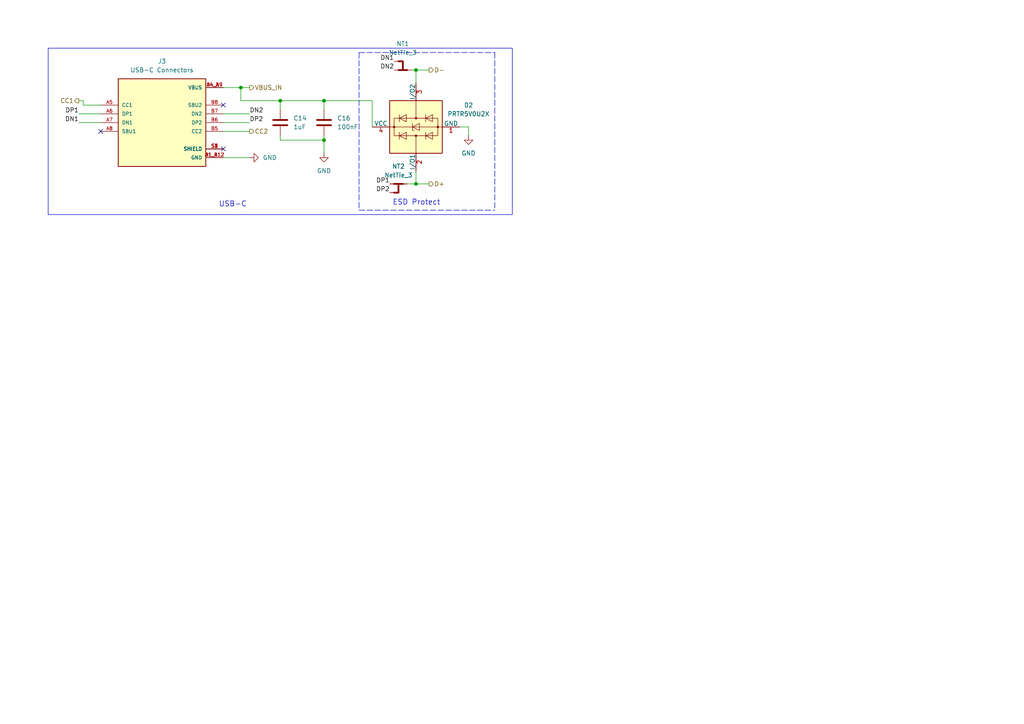
<source format=kicad_sch>
(kicad_sch (version 20231120) (generator "eeschema") (generator_version "8.0")
  (paper "A4")
  (lib_symbols
    (symbol "Device:C" (pin_numbers hide) (pin_names (offset 0.254))
      (property "Reference" "C" (at 0.635 2.54 0))
      (property "Value" "C" (at 0.635 -2.54 0))
      (symbol "C_0_1"
        (polyline (pts (xy -2.032 -0.762) (xy 2.032 -0.762)) (stroke (width 0.508)))
        (polyline (pts (xy -2.032 0.762) (xy 2.032 0.762)) (stroke (width 0.508)))
      )
      (symbol "C_1_1"
        (pin passive line (at 0 3.81 270) (length 2.794) (name "~") (number "1"))
        (pin passive line (at 0 -3.81 90) (length 2.794) (name "~") (number "2"))
      )
    )
    (symbol "Device:NetTie_3" (pin_numbers hide) (pin_names (offset 0) hide) (in_bom no)
      (property "Reference" "NT" (at 0 1.27 0))
      (property "Value" "NetTie_3" (at 0 -3.81 0))
      (symbol "NetTie_3_0_1"
        (polyline (pts (xy -1.27 0) (xy 1.27 0)) (stroke (width 0.508)))
        (polyline (pts (xy 0 0) (xy 0 -2.54) (xy -1.27 -2.54)) (stroke (width 0.508)))
      )
      (symbol "NetTie_3_1_1"
        (pin passive line (at -2.54 0 0) (length 2.54) (name "1") (number "1"))
        (pin passive line (at 2.54 0 180) (length 2.54) (name "2") (number "2"))
        (pin passive line (at -2.54 -2.54 0) (length 2.54) (name "3") (number "3"))
      )
    )
    (symbol "Power_Protection:PRTR5V0U2X" (pin_names (offset 0))
      (property "Reference" "D" (at 2.794 8.636 0))
      (property "Value" "PRTR5V0U2X" (at 8.128 -9.398 0))
      (symbol "PRTR5V0U2X_0_1"
        (rectangle (start -7.62 -7.62) (end 7.62 7.62) (stroke (width 0.254)) (fill (type background)))
        (circle (center -2.54 0) (radius 0.254) (fill (type outline)))
        (rectangle (start -2.54 6.35) (end 2.54 -6.35))
        (circle (center 0 -6.35) (radius 0.254) (fill (type outline)))
        (polyline (pts (xy -2.54 0) (xy -7.62 0)))
        (polyline (pts (xy -1.524 -2.794) (xy -3.556 -2.794)))
        (polyline (pts (xy -1.524 4.826) (xy -3.556 4.826)))
        (polyline (pts (xy 0 -7.62) (xy 0 7.62)))
        (polyline (pts (xy 1.524 -2.794) (xy 3.556 -2.794)))
        (polyline (pts (xy 1.524 4.826) (xy 3.556 4.826)))
        (polyline (pts (xy 2.54 0) (xy 7.62 0)))
        (polyline (pts (xy 1.016 1.016) (xy -1.016 1.016) (xy -1.016 0.508)))
        (polyline (pts (xy -3.556 -4.826) (xy -1.524 -4.826) (xy -2.54 -2.794) (xy -3.556 -4.826)))
        (polyline (pts (xy -3.556 2.794) (xy -1.524 2.794) (xy -2.54 4.826) (xy -3.556 2.794)))
        (polyline (pts (xy -1.016 -1.016) (xy 1.016 -1.016) (xy 0 1.016) (xy -1.016 -1.016)))
        (polyline (pts (xy 3.556 -4.826) (xy 1.524 -4.826) (xy 2.54 -2.794) (xy 3.556 -4.826)))
        (polyline (pts (xy 3.556 2.794) (xy 1.524 2.794) (xy 2.54 4.826) (xy 3.556 2.794)))
        (circle (center 0 6.35) (radius 0.254) (fill (type outline)))
        (circle (center 2.54 0) (radius 0.254) (fill (type outline)))
      )
      (symbol "PRTR5V0U2X_1_1"
        (pin passive line (at 0 -12.7 90) (length 5.08) (name "GND") (number "1"))
        (pin passive line (at -12.7 0 0) (length 5.08) (name "I/O1") (number "2"))
        (pin passive line (at 12.7 0 180) (length 5.08) (name "I/O2") (number "3"))
        (pin passive line (at 0 12.7 270) (length 5.08) (name "VCC") (number "4"))
      )
    )
    (symbol "TYPE-C-31-M-12:TYPE-C-31-M-12" (pin_names (offset 1.016))
      (property "Reference" "J" (at -12.7 13.462 0))
      (property "Value" "TYPE-C-31-M-12" (at -12.7 -13.462 0))
      (symbol "TYPE-C-31-M-12_0_0"
        (rectangle (start -12.7 -12.7) (end 12.7 12.7) (stroke (width 0.254)) (fill (type background)))
        (pin power_in line (at 17.78 -10.16 180) (length 5.08) (name "GND") (number "A1_B12"))
        (pin power_in line (at 17.78 10.16 180) (length 5.08) (name "VBUS") (number "A4_B9"))
        (pin bidirectional line (at -17.78 5.08 0) (length 5.08) (name "CC1") (number "A5"))
        (pin bidirectional line (at -17.78 2.54 0) (length 5.08) (name "DP1") (number "A6"))
        (pin bidirectional line (at -17.78 0 0) (length 5.08) (name "DN1") (number "A7"))
        (pin bidirectional line (at -17.78 -2.54 0) (length 5.08) (name "SBU1") (number "A8"))
        (pin power_in line (at 17.78 -10.16 180) (length 5.08) (name "GND") (number "B1_A12"))
        (pin power_in line (at 17.78 10.16 180) (length 5.08) (name "VBUS") (number "B4_A9"))
        (pin bidirectional line (at 17.78 -2.54 180) (length 5.08) (name "CC2") (number "B5"))
        (pin bidirectional line (at 17.78 0 180) (length 5.08) (name "DP2") (number "B6"))
        (pin bidirectional line (at 17.78 2.54 180) (length 5.08) (name "DN2") (number "B7"))
        (pin bidirectional line (at 17.78 5.08 180) (length 5.08) (name "SBU2") (number "B8"))
        (pin passive line (at 17.78 -7.62 180) (length 5.08) (name "SHIELD") (number "S1"))
        (pin passive line (at 17.78 -7.62 180) (length 5.08) (name "SHIELD") (number "S2"))
        (pin passive line (at 17.78 -7.62 180) (length 5.08) (name "SHIELD") (number "S3"))
        (pin passive line (at 17.78 -7.62 180) (length 5.08) (name "SHIELD") (number "S4"))
      )
    )
    (symbol "power:GND" (power) (pin_numbers hide) (pin_names (offset 0) hide)
      (property "Value" "GND" (at 0 -3.81 0))
      (symbol "GND_0_1"
        (polyline (pts (xy 0 0) (xy 0 -1.27) (xy 1.27 -1.27) (xy 0 -2.54) (xy -1.27 -1.27) (xy 0 -1.27)))
      )
      (symbol "GND_1_1"
        (pin power_in line (at 0 0 270) (length 0) (name "~") (number "1"))
      )
    )
  )
  (junction (at 69.85 25.4))
  (junction (at 81.28 29.21))
  (junction (at 120.65 20.32))
  (junction (at 93.98 40.64))
  (junction (at 93.98 29.21))
  (junction (at 120.65 53.34))
  (no_connect (at 29.21 38.1))
  (no_connect (at 64.77 43.18))
  (no_connect (at 64.77 30.48))
  (wire (pts (xy 93.98 39.37) (xy 93.98 40.64)))
  (wire (pts (xy 120.65 53.34) (xy 124.46 53.34)))
  (wire (pts (xy 64.77 38.1) (xy 72.39 38.1)))
  (wire (pts (xy 93.98 29.21) (xy 93.98 31.75)))
  (wire (pts (xy 64.77 25.4) (xy 69.85 25.4)))
  (polyline (pts (xy 104.14 60.96) (xy 143.51 60.96)) (stroke (width 0) (type dash)))
  (wire (pts (xy 22.86 35.56) (xy 29.21 35.56)))
  (wire (pts (xy 135.89 36.83) (xy 135.89 39.37)))
  (wire (pts (xy 120.65 20.32) (xy 120.65 24.13)))
  (polyline (pts (xy 104.14 15.24) (xy 104.14 60.96)) (stroke (width 0) (type dash)))
  (wire (pts (xy 69.85 29.21) (xy 81.28 29.21)))
  (wire (pts (xy 69.85 25.4) (xy 69.85 29.21)))
  (wire (pts (xy 120.65 20.32) (xy 124.46 20.32)))
  (wire (pts (xy 24.13 29.21) (xy 24.13 30.48)))
  (wire (pts (xy 118.11 53.34) (xy 120.65 53.34)))
  (wire (pts (xy 119.38 20.32) (xy 120.65 20.32)))
  (wire (pts (xy 133.35 36.83) (xy 135.89 36.83)))
  (wire (pts (xy 22.86 33.02) (xy 29.21 33.02)))
  (polyline (pts (xy 104.14 15.24) (xy 143.51 15.24)) (stroke (width 0) (type dash)))
  (wire (pts (xy 93.98 40.64) (xy 93.98 44.45)))
  (wire (pts (xy 24.13 30.48) (xy 29.21 30.48)))
  (wire (pts (xy 64.77 45.72) (xy 72.39 45.72)))
  (polyline (pts (xy 143.51 15.24) (xy 143.51 60.96)) (stroke (width 0) (type dash)))
  (wire (pts (xy 93.98 29.21) (xy 107.95 29.21)))
  (wire (pts (xy 64.77 33.02) (xy 72.39 33.02)))
  (wire (pts (xy 64.77 35.56) (xy 72.39 35.56)))
  (wire (pts (xy 81.28 40.64) (xy 93.98 40.64)))
  (wire (pts (xy 69.85 25.4) (xy 72.39 25.4)))
  (wire (pts (xy 81.28 40.64) (xy 81.28 39.37)))
  (wire (pts (xy 107.95 29.21) (xy 107.95 36.83)))
  (wire (pts (xy 120.65 49.53) (xy 120.65 53.34)))
  (wire (pts (xy 81.28 29.21) (xy 93.98 29.21)))
  (wire (pts (xy 22.86 29.21) (xy 24.13 29.21)))
  (wire (pts (xy 81.28 29.21) (xy 81.28 31.75)))
  (rectangle (start 13.97 13.97) (end 148.59 62.23))
  (text "ESD Protect" (at 127.762 59.69 0) (effects (font (size 1.524 1.524)) (justify right bottom)))
  (text "USB-C" (at 71.628 60.198 0) (effects (font (size 1.524 1.524)) (justify right bottom)))
  (label "DN2" (at 72.39 33.02 0))
  (label "DP1" (at 22.86 33.02 180))
  (label "DN1" (at 114.3 17.78 180))
  (label "DN2" (at 114.3 20.32 180))
  (label "DP2" (at 113.03 55.88 180))
  (label "DP2" (at 72.39 35.56 0))
  (label "DP1" (at 113.03 53.34 180))
  (label "DN1" (at 22.86 35.56 180))
  (hierarchical_label "D+" (shape output) (at 124.46 53.34 0))
  (hierarchical_label "CC1" (shape output) (at 22.86 29.21 180))
  (hierarchical_label "CC2" (shape output) (at 72.39 38.1 0))
  (hierarchical_label "D-" (shape output) (at 124.46 20.32 0))
  (hierarchical_label "VBUS_IN" (shape output) (at 72.39 25.4 0))
  (symbol (lib_id "power:GND") (at 72.39 45.72 90) (unit 1)
    (property "Reference" "#PWR022" (effects (hide yes)))
    (property "Value" "GND" (at 76.2 45.7199 90) (effects (justify right)))
    (property "Description" "Power symbol creates a global label with name \"GND\" , ground" (effects (hide yes)))
  )
  (symbol (lib_id "Power_Protection:PRTR5V0U2X") (at 120.65 36.83 90) (unit 1)
    (property "Reference" "D2" (at 135.89 30.5114 90))
    (property "Value" "PRTR5V0U2X" (at 135.89 33.0514 90))
    (property "Footprint" "Package_TO_SOT_SMD:SOT-143" (effects (hide yes)))
    (property "Datasheet" "https://assets.nexperia.com/documents/data-sheet/PRTR5V0U2X.pdf" (effects (hide yes)))
    (property "Description" "6V Unidirectional 5.5V SOT-143 Electrostatic and Surge Protection (TVS/ESD)" (effects (hide yes)))
    (property "Type" "Surface Mount " (effects (hide yes)))
    (property "MANUFACTURER" "Nexperia" (effects (hide yes)))
    (property "MANUFACTURER_PART_NUMBER" "PRTR5V0U2X,215" (effects (hide yes)))
    (property "Package" " SOT-143" (effects (hide yes)))
  )
  (symbol (lib_id "power:GND") (at 93.98 44.45 0) (unit 1)
    (property "Reference" "#PWR023" (effects (hide yes)))
    (property "Value" "GND" (at 93.98 49.53 0))
    (property "Description" "Power symbol creates a global label with name \"GND\" , ground" (effects (hide yes)))
  )
  (symbol (lib_id "Device:NetTie_3") (at 116.84 20.32 0) (mirror x) (unit 1) (in_bom no)
    (property "Reference" "NT1" (at 116.84 12.7 0))
    (property "Value" "NetTie_3" (at 116.84 15.24 0))
    (property "Footprint" "NetTie:NetTie-3_SMD_Pad0.5mm" (effects (hide yes)))
    (property "Description" "Net tie, 3 pins" (effects (hide yes)))
  )
  (symbol (lib_id "Device:C") (at 81.28 35.56 180) (unit 1)
    (property "Reference" "C14" (at 85.09 34.2899 0) (effects (justify right)))
    (property "Value" "1uF" (at 85.09 36.8299 0) (effects (justify right)))
    (property "Footprint" "Capacitor_SMD:C_0402_1005Metric" (effects (hide yes)))
    (property "Description" "10V 1uF X5R ±10% 0402  Multilayer Ceramic Capacitors MLCC - SMD/SMT ROHS" (effects (hide yes)))
    (property "Type" "Surface Mount " (effects (hide yes)))
    (property "Package" "0402 (1005 Metric)" (effects (hide yes)))
    (property "MANUFACTURER" "Murata Electronics" (effects (hide yes)))
    (property "MANUFACTURER_PART_NUMBER" "GRM155R61A105KE15D" (effects (hide yes)))
  )
  (symbol (lib_id "power:GND") (at 135.89 39.37 0) (unit 1)
    (property "Reference" "#PWR026" (effects (hide yes)))
    (property "Value" "GND" (at 135.89 44.45 0))
    (property "Description" "Power symbol creates a global label with name \"GND\" , ground" (effects (hide yes)))
  )
  (symbol (lib_id "Device:NetTie_3") (at 115.57 53.34 0) (unit 1) (in_bom no)
    (property "Reference" "NT2" (at 115.57 48.26 0))
    (property "Value" "NetTie_3" (at 115.57 50.8 0))
    (property "Footprint" "NetTie:NetTie-3_SMD_Pad0.5mm" (effects (hide yes)))
    (property "Description" "Net tie, 3 pins" (effects (hide yes)))
  )
  (symbol (lib_id "Device:C") (at 93.98 35.56 180) (unit 1)
    (property "Reference" "C16" (at 97.79 34.2899 0) (effects (justify right)))
    (property "Value" "100nF" (at 97.79 36.8299 0) (effects (justify right)))
    (property "Footprint" "Capacitor_SMD:C_0402_1005Metric" (effects (hide yes)))
    (property "Description" "16V 100nF X7R ±10% 0402  Multilayer Ceramic Capacitors MLCC - SMD/SMT ROHS" (effects (hide yes)))
    (property "Type" "Surface Mount " (effects (hide yes)))
    (property "Package" "0402 (1005 Metric)" (effects (hide yes)))
    (property "MANUFACTURER" "Murata Electronics" (effects (hide yes)))
    (property "MANUFACTURER_PART_NUMBER" "GRM155R71C104KA88D" (effects (hide yes)))
  )
  (symbol (lib_id "TYPE-C-31-M-12:TYPE-C-31-M-12") (at 46.99 35.56 0) (unit 1)
    (property "Reference" "J3" (at 46.99 17.78 0))
    (property "Value" "USB-C Connectors" (at 46.99 20.32 0))
    (property "Footprint" "TYPE-C-31-M-12:HRO_TYPE-C-31-M-12" (effects (hide yes)))
    (property "Description" "5A 1 16P Female Type-C SMD USB Connectors ROHS " (effects (hide yes)))
    (property "MF" "HRO Electronics Co., Ltd." (effects (hide yes)))
    (property "MAXIMUM_PACKAGE_HEIGHT" "3.26 mm" (effects (hide yes)))
    (property "Package" "SMD" (effects (hide yes)))
    (property "Price" "None" (effects (hide yes)))
    (property "Check_prices" "https://www.snapeda.com/parts/TYPE-C-31-M-12/HRO+Electronics+Co.%252C+Ltd./view-part/?ref=eda" (effects (hide yes)))
    (property "STANDARD" "Manufacturer Recommendations" (effects (hide yes)))
    (property "PARTREV" "2020.12.08" (effects (hide yes)))
    (property "SnapEDA_Link" "https://www.snapeda.com/parts/TYPE-C-31-M-12/HRO+Electronics+Co.%252C+Ltd./view-part/?ref=snap" (effects (hide yes)))
    (property "MP" "TYPE-C-31-M-12" (effects (hide yes)))
    (property "Description_1" "\nUSB Connectors 24 Receptacle 1 8.94*7.3mm RoHS\n" (effects (hide yes)))
    (property "SNAPEDA_PN" "TYPE-C-31-M-12" (effects (hide yes)))
    (property "Availability" "Not in stock" (effects (hide yes)))
    (property "MANUFACTURER" "Korean Hroparts Elec" (effects (hide yes)))
    (property "Type" "Surface Mount " (effects (hide yes)))
    (property "MANUFACTURER_PART_NUMBER" "TYPE-C-31-M-12" (effects (hide yes)))
  )
)
</source>
